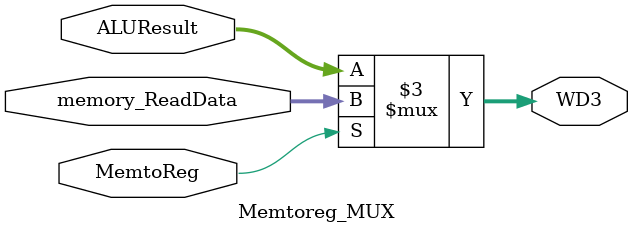
<source format=v>
`timescale 1ns / 1ps

module Memtoreg_MUX(
    input wire [31:0] memory_ReadData,  
    input wire [31:0] ALUResult,        
    input wire        MemtoReg,         
    output reg [31:0] WD3               
);

    always @(*) begin
        if (MemtoReg) begin
            WD3 = memory_ReadData;
        end else begin
            WD3 = ALUResult;
        end
    end

endmodule
</source>
